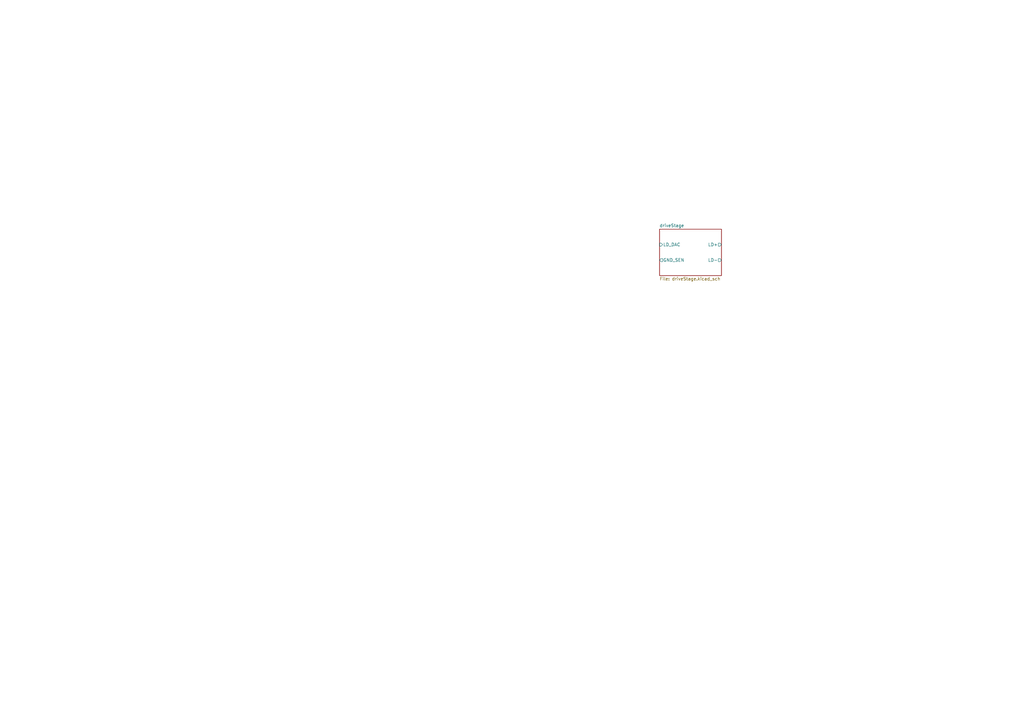
<source format=kicad_sch>
(kicad_sch (version 20211123) (generator eeschema)
  (paper "A3")
  (lib_symbols)
  (sheet (at 270.51 93.98) (size 25.4 19.05) (stroke (width 0.1524))
    (property "Sheet name" "driveStage" (at 270.51 93.2684 0) (effects (justify left bottom)))
    (property "Sheet file" "driveStage.kicad_sch" (at 270.51 113.6146 0) (effects (justify left top)))
    (pin "GND_SEN" output (at 270.51 106.68 180))
    (pin "LD-" output (at 295.91 106.68 0))
    (pin "LD+" output (at 295.91 100.33 0))
    (pin "LD_DAC" input (at 270.51 100.33 180))
  )
)
</source>
